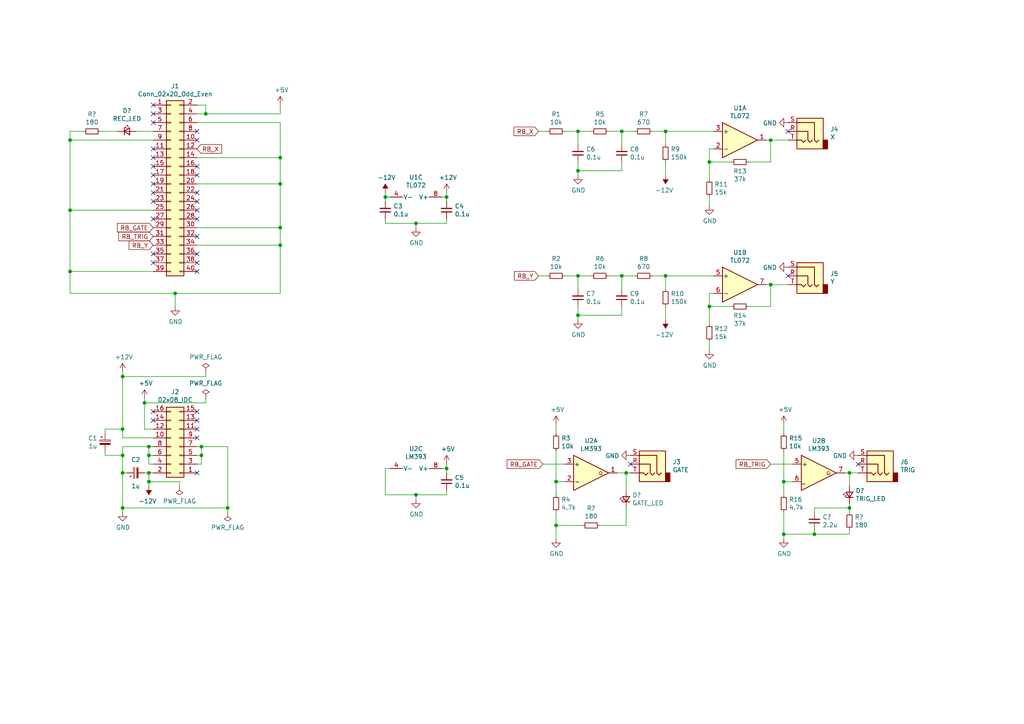
<source format=kicad_sch>
(kicad_sch (version 20230121) (generator eeschema)
  (paper "A4")
  (lib_symbols
    (symbol "Amplifier_Operational:TL072" (pin_names (offset 0.127))
      (property "Reference" "U" (at 0 5.08 0))
      (property "Value" "TL072" (at 0 -5.08 0))
      (symbol "TL072_1_1"
        (polyline (pts (xy -5.08 5.08) (xy 5.08 0) (xy -5.08 -5.08) (xy -5.08 5.08)) (stroke (width 0.254)) (fill (type background)))
        (pin output line (at 7.62 0 180) (length 2.54) (name "~") (number "1"))
        (pin input line (at -7.62 -2.54 0) (length 2.54) (name "-") (number "2"))
        (pin input line (at -7.62 2.54 0) (length 2.54) (name "+") (number "3"))
      )
      (symbol "TL072_2_1"
        (polyline (pts (xy -5.08 5.08) (xy 5.08 0) (xy -5.08 -5.08) (xy -5.08 5.08)) (stroke (width 0.254)) (fill (type background)))
        (pin input line (at -7.62 2.54 0) (length 2.54) (name "+") (number "5"))
        (pin input line (at -7.62 -2.54 0) (length 2.54) (name "-") (number "6"))
        (pin output line (at 7.62 0 180) (length 2.54) (name "~") (number "7"))
      )
      (symbol "TL072_3_1"
        (pin power_in line (at -2.54 -7.62 90) (length 3.81) (name "V-") (number "4"))
        (pin power_in line (at -2.54 7.62 270) (length 3.81) (name "V+") (number "8"))
      )
    )
    (symbol "Connector_Generic:Conn_02x08_Odd_Even" (pin_names (offset 1.016) hide)
      (property "Reference" "J" (at 1.27 10.16 0))
      (property "Value" "Conn_02x08_Odd_Even" (at 1.27 -12.7 0))
      (symbol "Conn_02x08_Odd_Even_1_1"
        (rectangle (start -1.27 -10.033) (end 0 -10.287) (stroke (width 0.1524)))
        (rectangle (start -1.27 -7.493) (end 0 -7.747) (stroke (width 0.1524)))
        (rectangle (start -1.27 -4.953) (end 0 -5.207) (stroke (width 0.1524)))
        (rectangle (start -1.27 -2.413) (end 0 -2.667) (stroke (width 0.1524)))
        (rectangle (start -1.27 0.127) (end 0 -0.127) (stroke (width 0.1524)))
        (rectangle (start -1.27 2.667) (end 0 2.413) (stroke (width 0.1524)))
        (rectangle (start -1.27 5.207) (end 0 4.953) (stroke (width 0.1524)))
        (rectangle (start -1.27 7.747) (end 0 7.493) (stroke (width 0.1524)))
        (rectangle (start -1.27 8.89) (end 3.81 -11.43) (stroke (width 0.254)) (fill (type background)))
        (rectangle (start 3.81 -10.033) (end 2.54 -10.287) (stroke (width 0.1524)))
        (rectangle (start 3.81 -7.493) (end 2.54 -7.747) (stroke (width 0.1524)))
        (rectangle (start 3.81 -4.953) (end 2.54 -5.207) (stroke (width 0.1524)))
        (rectangle (start 3.81 -2.413) (end 2.54 -2.667) (stroke (width 0.1524)))
        (rectangle (start 3.81 0.127) (end 2.54 -0.127) (stroke (width 0.1524)))
        (rectangle (start 3.81 2.667) (end 2.54 2.413) (stroke (width 0.1524)))
        (rectangle (start 3.81 5.207) (end 2.54 4.953) (stroke (width 0.1524)))
        (rectangle (start 3.81 7.747) (end 2.54 7.493) (stroke (width 0.1524)))
        (pin passive line (at -5.08 7.62 0) (length 3.81) (name "Pin_1") (number "1"))
        (pin passive line (at 7.62 -2.54 180) (length 3.81) (name "Pin_10") (number "10"))
        (pin passive line (at -5.08 -5.08 0) (length 3.81) (name "Pin_11") (number "11"))
        (pin passive line (at 7.62 -5.08 180) (length 3.81) (name "Pin_12") (number "12"))
        (pin passive line (at -5.08 -7.62 0) (length 3.81) (name "Pin_13") (number "13"))
        (pin passive line (at 7.62 -7.62 180) (length 3.81) (name "Pin_14") (number "14"))
        (pin passive line (at -5.08 -10.16 0) (length 3.81) (name "Pin_15") (number "15"))
        (pin passive line (at 7.62 -10.16 180) (length 3.81) (name "Pin_16") (number "16"))
        (pin passive line (at 7.62 7.62 180) (length 3.81) (name "Pin_2") (number "2"))
        (pin passive line (at -5.08 5.08 0) (length 3.81) (name "Pin_3") (number "3"))
        (pin passive line (at 7.62 5.08 180) (length 3.81) (name "Pin_4") (number "4"))
        (pin passive line (at -5.08 2.54 0) (length 3.81) (name "Pin_5") (number "5"))
        (pin passive line (at 7.62 2.54 180) (length 3.81) (name "Pin_6") (number "6"))
        (pin passive line (at -5.08 0 0) (length 3.81) (name "Pin_7") (number "7"))
        (pin passive line (at 7.62 0 180) (length 3.81) (name "Pin_8") (number "8"))
        (pin passive line (at -5.08 -2.54 0) (length 3.81) (name "Pin_9") (number "9"))
      )
    )
    (symbol "Connector_Generic:Conn_02x20_Odd_Even" (pin_names (offset 1.016) hide)
      (property "Reference" "J" (at 1.27 25.4 0))
      (property "Value" "Conn_02x20_Odd_Even" (at 1.27 -27.94 0))
      (symbol "Conn_02x20_Odd_Even_1_1"
        (rectangle (start -1.27 -25.273) (end 0 -25.527) (stroke (width 0.1524)))
        (rectangle (start -1.27 -22.733) (end 0 -22.987) (stroke (width 0.1524)))
        (rectangle (start -1.27 -20.193) (end 0 -20.447) (stroke (width 0.1524)))
        (rectangle (start -1.27 -17.653) (end 0 -17.907) (stroke (width 0.1524)))
        (rectangle (start -1.27 -15.113) (end 0 -15.367) (stroke (width 0.1524)))
        (rectangle (start -1.27 -12.573) (end 0 -12.827) (stroke (width 0.1524)))
        (rectangle (start -1.27 -10.033) (end 0 -10.287) (stroke (width 0.1524)))
        (rectangle (start -1.27 -7.493) (end 0 -7.747) (stroke (width 0.1524)))
        (rectangle (start -1.27 -4.953) (end 0 -5.207) (stroke (width 0.1524)))
        (rectangle (start -1.27 -2.413) (end 0 -2.667) (stroke (width 0.1524)))
        (rectangle (start -1.27 0.127) (end 0 -0.127) (stroke (width 0.1524)))
        (rectangle (start -1.27 2.667) (end 0 2.413) (stroke (width 0.1524)))
        (rectangle (start -1.27 5.207) (end 0 4.953) (stroke (width 0.1524)))
        (rectangle (start -1.27 7.747) (end 0 7.493) (stroke (width 0.1524)))
        (rectangle (start -1.27 10.287) (end 0 10.033) (stroke (width 0.1524)))
        (rectangle (start -1.27 12.827) (end 0 12.573) (stroke (width 0.1524)))
        (rectangle (start -1.27 15.367) (end 0 15.113) (stroke (width 0.1524)))
        (rectangle (start -1.27 17.907) (end 0 17.653) (stroke (width 0.1524)))
        (rectangle (start -1.27 20.447) (end 0 20.193) (stroke (width 0.1524)))
        (rectangle (start -1.27 22.987) (end 0 22.733) (stroke (width 0.1524)))
        (rectangle (start -1.27 24.13) (end 3.81 -26.67) (stroke (width 0.254)) (fill (type background)))
        (rectangle (start 3.81 -25.273) (end 2.54 -25.527) (stroke (width 0.1524)))
        (rectangle (start 3.81 -22.733) (end 2.54 -22.987) (stroke (width 0.1524)))
        (rectangle (start 3.81 -20.193) (end 2.54 -20.447) (stroke (width 0.1524)))
        (rectangle (start 3.81 -17.653) (end 2.54 -17.907) (stroke (width 0.1524)))
        (rectangle (start 3.81 -15.113) (end 2.54 -15.367) (stroke (width 0.1524)))
        (rectangle (start 3.81 -12.573) (end 2.54 -12.827) (stroke (width 0.1524)))
        (rectangle (start 3.81 -10.033) (end 2.54 -10.287) (stroke (width 0.1524)))
        (rectangle (start 3.81 -7.493) (end 2.54 -7.747) (stroke (width 0.1524)))
        (rectangle (start 3.81 -4.953) (end 2.54 -5.207) (stroke (width 0.1524)))
        (rectangle (start 3.81 -2.413) (end 2.54 -2.667) (stroke (width 0.1524)))
        (rectangle (start 3.81 0.127) (end 2.54 -0.127) (stroke (width 0.1524)))
        (rectangle (start 3.81 2.667) (end 2.54 2.413) (stroke (width 0.1524)))
        (rectangle (start 3.81 5.207) (end 2.54 4.953) (stroke (width 0.1524)))
        (rectangle (start 3.81 7.747) (end 2.54 7.493) (stroke (width 0.1524)))
        (rectangle (start 3.81 10.287) (end 2.54 10.033) (stroke (width 0.1524)))
        (rectangle (start 3.81 12.827) (end 2.54 12.573) (stroke (width 0.1524)))
        (rectangle (start 3.81 15.367) (end 2.54 15.113) (stroke (width 0.1524)))
        (rectangle (start 3.81 17.907) (end 2.54 17.653) (stroke (width 0.1524)))
        (rectangle (start 3.81 20.447) (end 2.54 20.193) (stroke (width 0.1524)))
        (rectangle (start 3.81 22.987) (end 2.54 22.733) (stroke (width 0.1524)))
        (pin passive line (at -5.08 22.86 0) (length 3.81) (name "Pin_1") (number "1"))
        (pin passive line (at 7.62 12.7 180) (length 3.81) (name "Pin_10") (number "10"))
        (pin passive line (at -5.08 10.16 0) (length 3.81) (name "Pin_11") (number "11"))
        (pin passive line (at 7.62 10.16 180) (length 3.81) (name "Pin_12") (number "12"))
        (pin passive line (at -5.08 7.62 0) (length 3.81) (name "Pin_13") (number "13"))
        (pin passive line (at 7.62 7.62 180) (length 3.81) (name "Pin_14") (number "14"))
        (pin passive line (at -5.08 5.08 0) (length 3.81) (name "Pin_15") (number "15"))
        (pin passive line (at 7.62 5.08 180) (length 3.81) (name "Pin_16") (number "16"))
        (pin passive line (at -5.08 2.54 0) (length 3.81) (name "Pin_17") (number "17"))
        (pin passive line (at 7.62 2.54 180) (length 3.81) (name "Pin_18") (number "18"))
        (pin passive line (at -5.08 0 0) (length 3.81) (name "Pin_19") (number "19"))
        (pin passive line (at 7.62 22.86 180) (length 3.81) (name "Pin_2") (number "2"))
        (pin passive line (at 7.62 0 180) (length 3.81) (name "Pin_20") (number "20"))
        (pin passive line (at -5.08 -2.54 0) (length 3.81) (name "Pin_21") (number "21"))
        (pin passive line (at 7.62 -2.54 180) (length 3.81) (name "Pin_22") (number "22"))
        (pin passive line (at -5.08 -5.08 0) (length 3.81) (name "Pin_23") (number "23"))
        (pin passive line (at 7.62 -5.08 180) (length 3.81) (name "Pin_24") (number "24"))
        (pin passive line (at -5.08 -7.62 0) (length 3.81) (name "Pin_25") (number "25"))
        (pin passive line (at 7.62 -7.62 180) (length 3.81) (name "Pin_26") (number "26"))
        (pin passive line (at -5.08 -10.16 0) (length 3.81) (name "Pin_27") (number "27"))
        (pin passive line (at 7.62 -10.16 180) (length 3.81) (name "Pin_28") (number "28"))
        (pin passive line (at -5.08 -12.7 0) (length 3.81) (name "Pin_29") (number "29"))
        (pin passive line (at -5.08 20.32 0) (length 3.81) (name "Pin_3") (number "3"))
        (pin passive line (at 7.62 -12.7 180) (length 3.81) (name "Pin_30") (number "30"))
        (pin passive line (at -5.08 -15.24 0) (length 3.81) (name "Pin_31") (number "31"))
        (pin passive line (at 7.62 -15.24 180) (length 3.81) (name "Pin_32") (number "32"))
        (pin passive line (at -5.08 -17.78 0) (length 3.81) (name "Pin_33") (number "33"))
        (pin passive line (at 7.62 -17.78 180) (length 3.81) (name "Pin_34") (number "34"))
        (pin passive line (at -5.08 -20.32 0) (length 3.81) (name "Pin_35") (number "35"))
        (pin passive line (at 7.62 -20.32 180) (length 3.81) (name "Pin_36") (number "36"))
        (pin passive line (at -5.08 -22.86 0) (length 3.81) (name "Pin_37") (number "37"))
        (pin passive line (at 7.62 -22.86 180) (length 3.81) (name "Pin_38") (number "38"))
        (pin passive line (at -5.08 -25.4 0) (length 3.81) (name "Pin_39") (number "39"))
        (pin passive line (at 7.62 20.32 180) (length 3.81) (name "Pin_4") (number "4"))
        (pin passive line (at 7.62 -25.4 180) (length 3.81) (name "Pin_40") (number "40"))
        (pin passive line (at -5.08 17.78 0) (length 3.81) (name "Pin_5") (number "5"))
        (pin passive line (at 7.62 17.78 180) (length 3.81) (name "Pin_6") (number "6"))
        (pin passive line (at -5.08 15.24 0) (length 3.81) (name "Pin_7") (number "7"))
        (pin passive line (at 7.62 15.24 180) (length 3.81) (name "Pin_8") (number "8"))
        (pin passive line (at -5.08 12.7 0) (length 3.81) (name "Pin_9") (number "9"))
      )
    )
    (symbol "Device:C_Small" (pin_numbers hide) (pin_names (offset 0.254) hide)
      (property "Reference" "C" (at 0.254 1.778 0))
      (property "Value" "C_Small" (at 0.254 -2.032 0))
      (symbol "C_Small_0_1"
        (polyline (pts (xy -1.524 -0.508) (xy 1.524 -0.508)) (stroke (width 0.3302)))
        (polyline (pts (xy -1.524 0.508) (xy 1.524 0.508)) (stroke (width 0.3048)))
      )
      (symbol "C_Small_1_1"
        (pin passive line (at 0 2.54 270) (length 2.032) (name "~") (number "1"))
        (pin passive line (at 0 -2.54 90) (length 2.032) (name "~") (number "2"))
      )
    )
    (symbol "Device:LED_Small" (pin_numbers hide) (pin_names (offset 0.254) hide)
      (property "Reference" "D" (at -1.27 3.175 0))
      (property "Value" "LED_Small" (at -4.445 -2.54 0))
      (symbol "LED_Small_0_1"
        (polyline (pts (xy -0.762 -1.016) (xy -0.762 1.016)) (stroke (width 0.254)))
        (polyline (pts (xy 1.016 0) (xy -0.762 0)))
        (polyline (pts (xy 0.762 -1.016) (xy -0.762 0) (xy 0.762 1.016) (xy 0.762 -1.016)) (stroke (width 0.254)))
        (polyline (pts (xy 0 0.762) (xy -0.508 1.27) (xy -0.254 1.27) (xy -0.508 1.27) (xy -0.508 1.016)))
        (polyline (pts (xy 0.508 1.27) (xy 0 1.778) (xy 0.254 1.778) (xy 0 1.778) (xy 0 1.524)))
      )
      (symbol "LED_Small_1_1"
        (pin passive line (at -2.54 0 0) (length 1.778) (name "K") (number "1"))
        (pin passive line (at 2.54 0 180) (length 1.778) (name "A") (number "2"))
      )
    )
    (symbol "Device:R_Small" (pin_numbers hide) (pin_names (offset 0.254) hide)
      (property "Reference" "R" (at 0.762 0.508 0))
      (property "Value" "R_Small" (at 0.762 -1.016 0))
      (symbol "R_Small_0_1"
        (rectangle (start -0.762 1.778) (end 0.762 -1.778) (stroke (width 0.2032)))
      )
      (symbol "R_Small_1_1"
        (pin passive line (at 0 2.54 270) (length 0.762) (name "~") (number "1"))
        (pin passive line (at 0 -2.54 90) (length 0.762) (name "~") (number "2"))
      )
    )
    (symbol "Mouse module 2-rescue:AudioJack3-Connector"
      (property "Reference" "J" (at 0 8.89 0))
      (property "Value" "Connector_AudioJack3" (at 0 6.35 0))
      (symbol "AudioJack3-Connector_0_1"
        (rectangle (start -5.08 -5.08) (end -6.35 -2.54) (stroke (width 0.254)) (fill (type outline)))
        (polyline (pts (xy 0 -2.54) (xy 0.635 -3.175) (xy 1.27 -2.54) (xy 2.54 -2.54)) (stroke (width 0.254)))
        (polyline (pts (xy -1.905 -2.54) (xy -1.27 -3.175) (xy -0.635 -2.54) (xy -0.635 0) (xy 2.54 0)) (stroke (width 0.254)))
        (polyline (pts (xy 2.54 2.54) (xy -2.54 2.54) (xy -2.54 -2.54) (xy -3.175 -3.175) (xy -3.81 -2.54)) (stroke (width 0.254)))
        (rectangle (start 2.54 3.81) (end -5.08 -5.08) (stroke (width 0.254)) (fill (type background)))
      )
      (symbol "AudioJack3-Connector_1_1"
        (pin passive line (at 5.08 0 180) (length 2.54) (name "~") (number "R"))
        (pin passive line (at 5.08 2.54 180) (length 2.54) (name "~") (number "S"))
        (pin passive line (at 5.08 -2.54 180) (length 2.54) (name "~") (number "T"))
      )
    )
    (symbol "Mouse module 2-rescue:CP_Small-Device" (pin_numbers hide) (pin_names (offset 0.254) hide)
      (property "Reference" "C" (at 0.254 1.778 0))
      (property "Value" "Device_CP_Small" (at 0.254 -2.032 0))
      (symbol "CP_Small-Device_0_1"
        (rectangle (start -1.524 -0.3048) (end 1.524 -0.6858) (fill (type outline)))
        (rectangle (start -1.524 0.6858) (end 1.524 0.3048))
        (polyline (pts (xy -1.27 1.524) (xy -0.762 1.524)))
        (polyline (pts (xy -1.016 1.27) (xy -1.016 1.778)))
      )
      (symbol "CP_Small-Device_1_1"
        (pin passive line (at 0 2.54 270) (length 1.8542) (name "~") (number "1"))
        (pin passive line (at 0 -2.54 90) (length 1.8542) (name "~") (number "2"))
      )
    )
    (symbol "Mouse module 2-rescue:LM393-Comparator" (pin_names (offset 0.127))
      (property "Reference" "U" (at 3.81 3.81 0))
      (property "Value" "Comparator_LM393" (at 6.35 -3.81 0))
      (symbol "LM393-Comparator_1_1"
        (polyline (pts (xy -5.08 5.08) (xy 5.08 0) (xy -5.08 -5.08) (xy -5.08 5.08)) (stroke (width 0.254)) (fill (type background)))
        (polyline (pts (xy 3.302 -0.508) (xy 2.794 -0.508) (xy 3.302 0) (xy 2.794 0.508) (xy 2.286 0) (xy 2.794 -0.508) (xy 2.286 -0.508)) (stroke (width 0.127)))
        (pin open_collector line (at 7.62 0 180) (length 2.54) (name "~") (number "1"))
        (pin input line (at -7.62 -2.54 0) (length 2.54) (name "-") (number "2"))
        (pin input line (at -7.62 2.54 0) (length 2.54) (name "+") (number "3"))
      )
      (symbol "LM393-Comparator_2_1"
        (polyline (pts (xy -5.08 5.08) (xy 5.08 0) (xy -5.08 -5.08) (xy -5.08 5.08)) (stroke (width 0.254)) (fill (type background)))
        (polyline (pts (xy 3.302 -0.508) (xy 2.794 -0.508) (xy 3.302 0) (xy 2.794 0.508) (xy 2.286 0) (xy 2.794 -0.508) (xy 2.286 -0.508)) (stroke (width 0.127)))
        (pin input line (at -7.62 2.54 0) (length 2.54) (name "+") (number "5"))
        (pin input line (at -7.62 -2.54 0) (length 2.54) (name "_") (number "6"))
        (pin open_collector line (at 7.62 0 180) (length 2.54) (name "~") (number "7"))
      )
      (symbol "LM393-Comparator_3_1"
        (pin power_in line (at -2.54 -7.62 90) (length 3.81) (name "V-") (number "4"))
        (pin power_in line (at -2.54 7.62 270) (length 3.81) (name "V+") (number "8"))
      )
    )
    (symbol "power:+12V" (power) (pin_names (offset 0))
      (property "Value" "+12V" (at 0 3.556 0))
      (symbol "+12V_0_1"
        (polyline (pts (xy -0.762 1.27) (xy 0 2.54)))
        (polyline (pts (xy 0 0) (xy 0 2.54)))
        (polyline (pts (xy 0 2.54) (xy 0.762 1.27)))
      )
      (symbol "+12V_1_1"
        (pin power_in line (at 0 0 90) (length 0) hide (name "+12V") (number "1"))
      )
    )
    (symbol "power:+5V" (power) (pin_names (offset 0))
      (property "Value" "+5V" (at 0 3.556 0))
      (symbol "+5V_0_1"
        (polyline (pts (xy -0.762 1.27) (xy 0 2.54)))
        (polyline (pts (xy 0 0) (xy 0 2.54)))
        (polyline (pts (xy 0 2.54) (xy 0.762 1.27)))
      )
      (symbol "+5V_1_1"
        (pin power_in line (at 0 0 90) (length 0) hide (name "+5V") (number "1"))
      )
    )
    (symbol "power:-12V" (power) (pin_names (offset 0))
      (property "Value" "-12V" (at 0 3.81 0))
      (symbol "-12V_0_0"
        (pin power_in line (at 0 0 90) (length 0) hide (name "-12V") (number "1"))
      )
      (symbol "-12V_0_1"
        (polyline (pts (xy 0 0) (xy 0 1.27) (xy 0.762 1.27) (xy 0 2.54) (xy -0.762 1.27) (xy 0 1.27)) (fill (type outline)))
      )
    )
    (symbol "power:GND" (power) (pin_names (offset 0))
      (property "Value" "GND" (at 0 -3.81 0))
      (symbol "GND_0_1"
        (polyline (pts (xy 0 0) (xy 0 -1.27) (xy 1.27 -1.27) (xy 0 -2.54) (xy -1.27 -1.27) (xy 0 -1.27)))
      )
      (symbol "GND_1_1"
        (pin power_in line (at 0 0 270) (length 0) hide (name "GND") (number "1"))
      )
    )
    (symbol "power:PWR_FLAG" (power) (pin_numbers hide) (pin_names (offset 0) hide)
      (property "Value" "PWR_FLAG" (at 0 3.81 0))
      (symbol "PWR_FLAG_0_0"
        (pin power_out line (at 0 0 90) (length 0) (name "pwr") (number "1"))
      )
      (symbol "PWR_FLAG_0_1"
        (polyline (pts (xy 0 0) (xy 0 1.27) (xy -1.016 1.905) (xy 0 2.54) (xy 1.016 1.905) (xy 0 1.27)))
      )
    )
  )
  (junction (at 41.91 116.84))
  (junction (at 193.04 38.1))
  (junction (at 43.18 137.16))
  (junction (at 223.52 40.64))
  (junction (at 227.33 139.7))
  (junction (at 181.61 137.16))
  (junction (at 180.34 38.1))
  (junction (at 35.56 147.32))
  (junction (at 236.22 154.94))
  (junction (at 35.56 124.46))
  (junction (at 58.42 132.08))
  (junction (at 167.64 91.44))
  (junction (at 20.32 60.96))
  (junction (at 66.04 147.32))
  (junction (at 246.38 147.32))
  (junction (at 43.18 129.54))
  (junction (at 35.56 109.22))
  (junction (at 246.38 137.16))
  (junction (at 58.42 129.54))
  (junction (at 161.29 139.7))
  (junction (at 81.28 66.04))
  (junction (at 59.69 33.02))
  (junction (at 81.28 45.72))
  (junction (at 205.74 46.99))
  (junction (at 205.74 88.9))
  (junction (at 129.54 135.89))
  (junction (at 81.28 53.34))
  (junction (at 120.65 143.51))
  (junction (at 180.34 80.01))
  (junction (at 43.18 139.7))
  (junction (at 50.8 85.09))
  (junction (at 167.64 38.1))
  (junction (at 35.56 137.16))
  (junction (at 129.54 57.15))
  (junction (at 227.33 154.94))
  (junction (at 167.64 80.01))
  (junction (at 120.65 64.77))
  (junction (at 20.32 40.64))
  (junction (at 223.52 82.55))
  (junction (at 20.32 78.74))
  (junction (at 35.56 132.08))
  (junction (at 81.28 71.12))
  (junction (at 193.04 80.01))
  (junction (at 167.64 49.53))
  (junction (at 111.76 57.15))
  (junction (at 161.29 152.4))
  (junction (at 43.18 132.08))
  (no_connect (at 57.15 55.88))
  (no_connect (at 57.15 119.38))
  (no_connect (at 44.45 121.92))
  (no_connect (at 44.45 76.2))
  (no_connect (at 57.15 48.26))
  (no_connect (at 57.15 73.66))
  (no_connect (at 182.88 134.62))
  (no_connect (at 57.15 58.42))
  (no_connect (at 44.45 58.42))
  (no_connect (at 57.15 60.96))
  (no_connect (at 57.15 124.46))
  (no_connect (at 44.45 73.66))
  (no_connect (at 44.45 63.5))
  (no_connect (at 44.45 35.56))
  (no_connect (at 57.15 63.5))
  (no_connect (at 44.45 50.8))
  (no_connect (at 44.45 53.34))
  (no_connect (at 57.15 68.58))
  (no_connect (at 57.15 137.16))
  (no_connect (at 44.45 119.38))
  (no_connect (at 57.15 121.92))
  (no_connect (at 57.15 127))
  (no_connect (at 57.15 76.2))
  (no_connect (at 57.15 50.8))
  (no_connect (at 248.92 134.62))
  (no_connect (at 44.45 43.18))
  (no_connect (at 44.45 48.26))
  (no_connect (at 44.45 30.48))
  (no_connect (at 57.15 40.64))
  (no_connect (at 57.15 38.1))
  (no_connect (at 44.45 45.72))
  (no_connect (at 57.15 78.74))
  (no_connect (at 44.45 55.88))
  (no_connect (at 228.6 80.01))
  (no_connect (at 228.6 38.1))
  (no_connect (at 44.45 33.02))
  (wire (pts (xy 193.04 80.01) (xy 207.01 80.01)))
  (wire (pts (xy 43.18 129.54) (xy 43.18 132.08)))
  (wire (pts (xy 111.76 63.5) (xy 111.76 64.77)))
  (wire (pts (xy 81.28 53.34) (xy 81.28 66.04)))
  (wire (pts (xy 35.56 129.54) (xy 43.18 129.54)))
  (wire (pts (xy 176.53 38.1) (xy 180.34 38.1)))
  (wire (pts (xy 44.45 132.08) (xy 43.18 132.08)))
  (wire (pts (xy 227.33 154.94) (xy 227.33 148.59)))
  (wire (pts (xy 163.83 80.01) (xy 167.64 80.01)))
  (wire (pts (xy 236.22 147.32) (xy 246.38 147.32)))
  (wire (pts (xy 35.56 129.54) (xy 35.56 132.08)))
  (wire (pts (xy 120.65 66.04) (xy 120.65 64.77)))
  (wire (pts (xy 50.8 85.09) (xy 81.28 85.09)))
  (wire (pts (xy 246.38 140.97) (xy 246.38 137.16)))
  (wire (pts (xy 246.38 153.67) (xy 246.38 154.94)))
  (wire (pts (xy 58.42 132.08) (xy 58.42 134.62)))
  (wire (pts (xy 66.04 129.54) (xy 58.42 129.54)))
  (wire (pts (xy 223.52 46.99) (xy 223.52 40.64)))
  (wire (pts (xy 41.91 137.16) (xy 43.18 137.16)))
  (wire (pts (xy 205.74 59.69) (xy 205.74 57.15)))
  (wire (pts (xy 57.15 129.54) (xy 58.42 129.54)))
  (wire (pts (xy 167.64 38.1) (xy 171.45 38.1)))
  (wire (pts (xy 161.29 139.7) (xy 163.83 139.7)))
  (wire (pts (xy 193.04 92.71) (xy 193.04 88.9)))
  (wire (pts (xy 161.29 123.19) (xy 161.29 125.73)))
  (wire (pts (xy 217.17 88.9) (xy 223.52 88.9)))
  (wire (pts (xy 111.76 143.51) (xy 120.65 143.51)))
  (wire (pts (xy 158.75 38.1) (xy 156.21 38.1)))
  (wire (pts (xy 113.03 135.89) (xy 111.76 135.89)))
  (wire (pts (xy 246.38 147.32) (xy 246.38 148.59)))
  (wire (pts (xy 35.56 127) (xy 44.45 127)))
  (wire (pts (xy 129.54 135.89) (xy 129.54 134.62)))
  (wire (pts (xy 180.34 83.82) (xy 180.34 80.01)))
  (wire (pts (xy 180.34 88.9) (xy 180.34 91.44)))
  (wire (pts (xy 246.38 154.94) (xy 236.22 154.94)))
  (wire (pts (xy 43.18 140.97) (xy 43.18 139.7)))
  (wire (pts (xy 180.34 80.01) (xy 184.15 80.01)))
  (wire (pts (xy 41.91 115.57) (xy 41.91 116.84)))
  (wire (pts (xy 57.15 33.02) (xy 59.69 33.02)))
  (wire (pts (xy 246.38 147.32) (xy 246.38 146.05)))
  (wire (pts (xy 59.69 115.57) (xy 59.69 116.84)))
  (wire (pts (xy 35.56 132.08) (xy 35.56 137.16)))
  (wire (pts (xy 167.64 49.53) (xy 167.64 46.99)))
  (wire (pts (xy 227.33 130.81) (xy 227.33 139.7)))
  (wire (pts (xy 41.91 116.84) (xy 41.91 124.46)))
  (wire (pts (xy 227.33 123.19) (xy 227.33 125.73)))
  (wire (pts (xy 205.74 43.18) (xy 207.01 43.18)))
  (wire (pts (xy 66.04 147.32) (xy 66.04 129.54)))
  (wire (pts (xy 223.52 88.9) (xy 223.52 82.55)))
  (wire (pts (xy 36.83 137.16) (xy 35.56 137.16)))
  (wire (pts (xy 129.54 64.77) (xy 129.54 63.5)))
  (wire (pts (xy 24.13 38.1) (xy 20.32 38.1)))
  (wire (pts (xy 181.61 142.24) (xy 181.61 137.16)))
  (wire (pts (xy 180.34 49.53) (xy 167.64 49.53)))
  (wire (pts (xy 129.54 137.16) (xy 129.54 135.89)))
  (wire (pts (xy 20.32 38.1) (xy 20.32 40.64)))
  (wire (pts (xy 52.07 140.97) (xy 52.07 139.7)))
  (wire (pts (xy 44.45 129.54) (xy 43.18 129.54)))
  (wire (pts (xy 30.48 124.46) (xy 35.56 124.46)))
  (wire (pts (xy 161.29 148.59) (xy 161.29 152.4)))
  (wire (pts (xy 236.22 148.59) (xy 236.22 147.32)))
  (wire (pts (xy 120.65 144.78) (xy 120.65 143.51)))
  (wire (pts (xy 20.32 40.64) (xy 44.45 40.64)))
  (wire (pts (xy 167.64 80.01) (xy 171.45 80.01)))
  (wire (pts (xy 59.69 30.48) (xy 59.69 33.02)))
  (wire (pts (xy 223.52 40.64) (xy 228.6 40.64)))
  (wire (pts (xy 193.04 50.8) (xy 193.04 46.99)))
  (wire (pts (xy 193.04 41.91) (xy 193.04 38.1)))
  (wire (pts (xy 167.64 50.8) (xy 167.64 49.53)))
  (wire (pts (xy 58.42 129.54) (xy 58.42 132.08)))
  (wire (pts (xy 43.18 132.08) (xy 43.18 134.62)))
  (wire (pts (xy 57.15 53.34) (xy 81.28 53.34)))
  (wire (pts (xy 163.83 134.62) (xy 157.48 134.62)))
  (wire (pts (xy 129.54 58.42) (xy 129.54 57.15)))
  (wire (pts (xy 50.8 85.09) (xy 50.8 88.9)))
  (wire (pts (xy 111.76 58.42) (xy 111.76 57.15)))
  (wire (pts (xy 57.15 30.48) (xy 59.69 30.48)))
  (wire (pts (xy 35.56 127) (xy 35.56 124.46)))
  (wire (pts (xy 20.32 60.96) (xy 44.45 60.96)))
  (wire (pts (xy 212.09 88.9) (xy 205.74 88.9)))
  (wire (pts (xy 81.28 45.72) (xy 81.28 53.34)))
  (wire (pts (xy 57.15 35.56) (xy 81.28 35.56)))
  (wire (pts (xy 180.34 91.44) (xy 167.64 91.44)))
  (wire (pts (xy 43.18 139.7) (xy 52.07 139.7)))
  (wire (pts (xy 223.52 82.55) (xy 222.25 82.55)))
  (wire (pts (xy 35.56 147.32) (xy 66.04 147.32)))
  (wire (pts (xy 173.99 152.4) (xy 181.61 152.4)))
  (wire (pts (xy 167.64 41.91) (xy 167.64 38.1)))
  (wire (pts (xy 111.76 135.89) (xy 111.76 143.51)))
  (wire (pts (xy 129.54 57.15) (xy 129.54 55.88)))
  (wire (pts (xy 193.04 80.01) (xy 189.23 80.01)))
  (wire (pts (xy 41.91 124.46) (xy 44.45 124.46)))
  (wire (pts (xy 58.42 134.62) (xy 57.15 134.62)))
  (wire (pts (xy 227.33 143.51) (xy 227.33 139.7)))
  (wire (pts (xy 168.91 152.4) (xy 161.29 152.4)))
  (wire (pts (xy 167.64 91.44) (xy 167.64 88.9)))
  (wire (pts (xy 205.74 88.9) (xy 205.74 85.09)))
  (wire (pts (xy 167.64 83.82) (xy 167.64 80.01)))
  (wire (pts (xy 111.76 55.88) (xy 111.76 57.15)))
  (wire (pts (xy 128.27 135.89) (xy 129.54 135.89)))
  (wire (pts (xy 236.22 153.67) (xy 236.22 154.94)))
  (wire (pts (xy 217.17 46.99) (xy 223.52 46.99)))
  (wire (pts (xy 81.28 30.48) (xy 81.28 33.02)))
  (wire (pts (xy 59.69 33.02) (xy 81.28 33.02)))
  (wire (pts (xy 180.34 41.91) (xy 180.34 38.1)))
  (wire (pts (xy 205.74 93.98) (xy 205.74 88.9)))
  (wire (pts (xy 193.04 83.82) (xy 193.04 80.01)))
  (wire (pts (xy 81.28 66.04) (xy 81.28 71.12)))
  (wire (pts (xy 35.56 148.59) (xy 35.56 147.32)))
  (wire (pts (xy 111.76 64.77) (xy 120.65 64.77)))
  (wire (pts (xy 205.74 52.07) (xy 205.74 46.99)))
  (wire (pts (xy 29.21 38.1) (xy 34.29 38.1)))
  (wire (pts (xy 181.61 147.32) (xy 181.61 152.4)))
  (wire (pts (xy 20.32 85.09) (xy 50.8 85.09)))
  (wire (pts (xy 179.07 137.16) (xy 181.61 137.16)))
  (wire (pts (xy 39.37 38.1) (xy 44.45 38.1)))
  (wire (pts (xy 205.74 46.99) (xy 205.74 43.18)))
  (wire (pts (xy 205.74 101.6) (xy 205.74 99.06)))
  (wire (pts (xy 227.33 156.21) (xy 227.33 154.94)))
  (wire (pts (xy 59.69 116.84) (xy 41.91 116.84)))
  (wire (pts (xy 212.09 46.99) (xy 205.74 46.99)))
  (wire (pts (xy 193.04 38.1) (xy 189.23 38.1)))
  (wire (pts (xy 229.87 134.62) (xy 223.52 134.62)))
  (wire (pts (xy 66.04 148.59) (xy 66.04 147.32)))
  (wire (pts (xy 81.28 45.72) (xy 81.28 35.56)))
  (wire (pts (xy 223.52 82.55) (xy 228.6 82.55)))
  (wire (pts (xy 20.32 78.74) (xy 44.45 78.74)))
  (wire (pts (xy 57.15 132.08) (xy 58.42 132.08)))
  (wire (pts (xy 35.56 124.46) (xy 35.56 109.22)))
  (wire (pts (xy 20.32 60.96) (xy 20.32 78.74)))
  (wire (pts (xy 245.11 137.16) (xy 246.38 137.16)))
  (wire (pts (xy 120.65 64.77) (xy 129.54 64.77)))
  (wire (pts (xy 176.53 80.01) (xy 180.34 80.01)))
  (wire (pts (xy 43.18 134.62) (xy 44.45 134.62)))
  (wire (pts (xy 180.34 46.99) (xy 180.34 49.53)))
  (wire (pts (xy 246.38 137.16) (xy 248.92 137.16)))
  (wire (pts (xy 57.15 66.04) (xy 81.28 66.04)))
  (wire (pts (xy 111.76 57.15) (xy 113.03 57.15)))
  (wire (pts (xy 57.15 45.72) (xy 81.28 45.72)))
  (wire (pts (xy 57.15 71.12) (xy 81.28 71.12)))
  (wire (pts (xy 180.34 38.1) (xy 184.15 38.1)))
  (wire (pts (xy 236.22 154.94) (xy 227.33 154.94)))
  (wire (pts (xy 81.28 71.12) (xy 81.28 85.09)))
  (wire (pts (xy 181.61 137.16) (xy 182.88 137.16)))
  (wire (pts (xy 44.45 137.16) (xy 43.18 137.16)))
  (wire (pts (xy 167.64 92.71) (xy 167.64 91.44)))
  (wire (pts (xy 59.69 107.95) (xy 59.69 109.22)))
  (wire (pts (xy 30.48 130.81) (xy 30.48 132.08)))
  (wire (pts (xy 35.56 137.16) (xy 35.56 147.32)))
  (wire (pts (xy 161.29 143.51) (xy 161.29 139.7)))
  (wire (pts (xy 30.48 125.73) (xy 30.48 124.46)))
  (wire (pts (xy 43.18 137.16) (xy 43.18 139.7)))
  (wire (pts (xy 227.33 139.7) (xy 229.87 139.7)))
  (wire (pts (xy 163.83 38.1) (xy 167.64 38.1)))
  (wire (pts (xy 205.74 85.09) (xy 207.01 85.09)))
  (wire (pts (xy 20.32 78.74) (xy 20.32 85.09)))
  (wire (pts (xy 35.56 107.95) (xy 35.56 109.22)))
  (wire (pts (xy 161.29 152.4) (xy 161.29 156.21)))
  (wire (pts (xy 129.54 143.51) (xy 129.54 142.24)))
  (wire (pts (xy 161.29 130.81) (xy 161.29 139.7)))
  (wire (pts (xy 35.56 109.22) (xy 59.69 109.22)))
  (wire (pts (xy 158.75 80.01) (xy 156.21 80.01)))
  (wire (pts (xy 120.65 143.51) (xy 129.54 143.51)))
  (wire (pts (xy 193.04 38.1) (xy 207.01 38.1)))
  (wire (pts (xy 223.52 40.64) (xy 222.25 40.64)))
  (wire (pts (xy 129.54 57.15) (xy 128.27 57.15)))
  (wire (pts (xy 30.48 132.08) (xy 35.56 132.08)))
  (wire (pts (xy 20.32 40.64) (xy 20.32 60.96)))
  (global_label "RB_TRIG" (shape input) (at 223.52 134.62 180) (property "Intersheetrefs" "${INTERSHEET_REFS}" (effects hide)))
  (global_label "RB_TRIG" (shape input) (at 44.45 68.58 180) (property "Intersheetrefs" "${INTERSHEET_REFS}" (effects hide)))
  (global_label "RB_Y" (shape input) (at 44.45 71.12 180) (property "Intersheetrefs" "${INTERSHEET_REFS}" (effects hide)))
  (global_label "RB_GATE" (shape input) (at 44.45 66.04 180) (property "Intersheetrefs" "${INTERSHEET_REFS}" (effects hide)))
  (global_label "RB_GATE" (shape input) (at 157.48 134.62 180) (property "Intersheetrefs" "${INTERSHEET_REFS}" (effects hide)))
  (global_label "RB_Y" (shape input) (at 156.21 80.01 180) (property "Intersheetrefs" "${INTERSHEET_REFS}" (effects hide)))
  (global_label "RB_X" (shape input) (at 57.15 43.18 0) (property "Intersheetrefs" "${INTERSHEET_REFS}" (effects hide)))
  (global_label "RB_X" (shape input) (at 156.21 38.1 180) (property "Intersheetrefs" "${INTERSHEET_REFS}" (effects hide)))
  (symbol (lib_id "Connector_Generic:Conn_02x20_Odd_Even") (at 49.53 53.34 0) (unit 1)
    (property "Reference" "J1" (at 50.8 24.9682 0))
    (property "Value" "Conn_02x20_Odd_Even" (at 50.8 27.2796 0))
    (property "Footprint" "Connector_PinSocket_2.54mm:PinSocket_2x20_P2.54mm_Vertical" (effects hide))
  )
  (symbol (lib_id "power:+5V") (at 81.28 30.48 0) (unit 1)
    (property "Reference" "#PWR06" (effects hide))
    (property "Value" "+5V" (at 81.661 26.0858 0))
  )
  (symbol (lib_id "power:GND") (at 50.8 88.9 0) (unit 1)
    (property "Reference" "#PWR05" (effects hide))
    (property "Value" "GND" (at 50.927 93.2942 0))
  )
  (symbol (lib_id "power:+5V") (at 161.29 123.19 0) (unit 1)
    (property "Reference" "#PWR012" (effects hide))
    (property "Value" "+5V" (at 161.671 118.7958 0))
  )
  (symbol (lib_id "power:GND") (at 167.64 50.8 0) (unit 1)
    (property "Reference" "#PWR014" (effects hide))
    (property "Value" "GND" (at 167.767 55.1942 0))
  )
  (symbol (lib_id "Connector_Generic:Conn_02x08_Odd_Even") (at 52.07 129.54 180) (unit 1)
    (property "Reference" "J2" (at 50.8 113.665 0))
    (property "Value" "02x08_IDC" (at 50.8 115.9764 0))
    (property "Footprint" "Connector_IDC:IDC-Header_2x08_P2.54mm_Vertical" (effects hide))
  )
  (symbol (lib_id "power:-12V") (at 43.18 140.97 180) (unit 1)
    (property "Reference" "#PWR04" (effects hide))
    (property "Value" "-12V" (at 42.799 145.3642 0))
  )
  (symbol (lib_id "Device:C_Small") (at 129.54 60.96 180) (unit 1)
    (property "Reference" "C4" (at 131.8768 59.7916 0) (effects (justify right)))
    (property "Value" "0.1u" (at 131.8768 62.103 0) (effects (justify right)))
    (property "Footprint" "Capacitor_THT:C_Disc_D4.7mm_W2.5mm_P5.00mm" (effects hide))
  )
  (symbol (lib_id "power:GND") (at 120.65 66.04 0) (unit 1)
    (property "Reference" "#PWR08" (effects hide))
    (property "Value" "GND" (at 120.777 70.4342 0))
  )
  (symbol (lib_id "Device:C_Small") (at 111.76 60.96 180) (unit 1)
    (property "Reference" "C3" (at 114.0968 59.7916 0) (effects (justify right)))
    (property "Value" "0.1u" (at 114.0968 62.103 0) (effects (justify right)))
    (property "Footprint" "Capacitor_THT:C_Disc_D4.7mm_W2.5mm_P5.00mm" (effects hide))
  )
  (symbol (lib_id "power:GND") (at 35.56 148.59 0) (unit 1)
    (property "Reference" "#PWR02" (effects hide))
    (property "Value" "GND" (at 35.687 152.9842 0))
  )
  (symbol (lib_id "power:+12V") (at 35.56 107.95 0) (unit 1)
    (property "Reference" "#PWR01" (effects hide))
    (property "Value" "+12V" (at 35.941 103.5558 0))
  )
  (symbol (lib_id "power:+5V") (at 41.91 115.57 0) (unit 1)
    (property "Reference" "#PWR03" (effects hide))
    (property "Value" "+5V" (at 42.291 111.1758 0))
  )
  (symbol (lib_id "power:-12V") (at 111.76 55.88 0) (unit 1)
    (property "Reference" "#PWR07" (effects hide))
    (property "Value" "-12V" (at 112.141 51.4858 0))
  )
  (symbol (lib_id "power:+12V") (at 129.54 55.88 0) (unit 1)
    (property "Reference" "#PWR010" (effects hide))
    (property "Value" "+12V" (at 129.921 51.4858 0))
  )
  (symbol (lib_id "power:PWR_FLAG") (at 59.69 115.57 0) (unit 1)
    (property "Reference" "#FLG03" (effects hide))
    (property "Value" "PWR_FLAG" (at 59.69 111.1758 0))
  )
  (symbol (lib_id "power:PWR_FLAG") (at 59.69 107.95 0) (unit 1)
    (property "Reference" "#FLG02" (effects hide))
    (property "Value" "PWR_FLAG" (at 59.69 103.5558 0))
  )
  (symbol (lib_id "power:PWR_FLAG") (at 66.04 148.59 180) (unit 1)
    (property "Reference" "#FLG04" (effects hide))
    (property "Value" "PWR_FLAG" (at 66.04 152.9842 0))
  )
  (symbol (lib_id "power:PWR_FLAG") (at 52.07 140.97 180) (unit 1)
    (property "Reference" "#FLG01" (effects hide))
    (property "Value" "PWR_FLAG" (at 52.07 145.3642 0))
  )
  (symbol (lib_id "Mouse module 2-rescue:AudioJack3-Connector") (at 233.68 38.1 0) (mirror y) (unit 1)
    (property "Reference" "J4" (at 240.792 37.465 0) (effects (justify right)))
    (property "Value" "X" (at 240.792 39.7764 0) (effects (justify right)))
    (property "Footprint" "MouseModule:CUI_SJ1-3533" (effects hide))
  )
  (symbol (lib_id "power:GND") (at 228.6 35.56 270) (unit 1)
    (property "Reference" "#PWR023" (effects hide))
    (property "Value" "GND" (at 225.3488 35.687 90) (effects (justify right)))
  )
  (symbol (lib_id "Mouse module 2-rescue:AudioJack3-Connector") (at 233.68 80.01 0) (mirror y) (unit 1)
    (property "Reference" "J5" (at 240.792 79.375 0) (effects (justify right)))
    (property "Value" "Y" (at 240.792 81.6864 0) (effects (justify right)))
    (property "Footprint" "MouseModule:CUI_SJ1-3533" (effects hide))
  )
  (symbol (lib_id "power:GND") (at 228.6 77.47 270) (unit 1)
    (property "Reference" "#PWR024" (effects hide))
    (property "Value" "GND" (at 225.3488 77.597 90) (effects (justify right)))
  )
  (symbol (lib_id "power:GND") (at 182.88 132.08 270) (unit 1)
    (property "Reference" "#PWR016" (effects hide))
    (property "Value" "GND" (at 179.6288 132.207 90) (effects (justify right)))
  )
  (symbol (lib_id "Device:R_Small") (at 161.29 38.1 270) (unit 1)
    (property "Reference" "R1" (at 161.29 33.1216 90))
    (property "Value" "10k" (at 161.29 35.433 90))
    (property "Footprint" "Resistor_THT:R_Axial_DIN0207_L6.3mm_D2.5mm_P10.16mm_Horizontal" (effects hide))
  )
  (symbol (lib_id "Device:R_Small") (at 173.99 38.1 270) (unit 1)
    (property "Reference" "R5" (at 173.99 33.1216 90))
    (property "Value" "10k" (at 173.99 35.433 90))
    (property "Footprint" "Resistor_THT:R_Axial_DIN0207_L6.3mm_D2.5mm_P10.16mm_Horizontal" (effects hide))
  )
  (symbol (lib_id "Device:R_Small") (at 186.69 38.1 270) (unit 1)
    (property "Reference" "R7" (at 186.69 33.1216 90))
    (property "Value" "670" (at 186.69 35.433 90))
    (property "Footprint" "Resistor_THT:R_Axial_DIN0207_L6.3mm_D2.5mm_P10.16mm_Horizontal" (effects hide))
  )
  (symbol (lib_id "Device:C_Small") (at 167.64 44.45 180) (unit 1)
    (property "Reference" "C6" (at 169.9768 43.2816 0) (effects (justify right)))
    (property "Value" "0.1u" (at 169.9768 45.593 0) (effects (justify right)))
    (property "Footprint" "Capacitor_THT:C_Disc_D4.7mm_W2.5mm_P5.00mm" (effects hide))
  )
  (symbol (lib_id "Device:C_Small") (at 180.34 44.45 180) (unit 1)
    (property "Reference" "C8" (at 182.6768 43.2816 0) (effects (justify right)))
    (property "Value" "0.1u" (at 182.6768 45.593 0) (effects (justify right)))
    (property "Footprint" "Capacitor_THT:C_Disc_D4.7mm_W2.5mm_P5.00mm" (effects hide))
  )
  (symbol (lib_id "Device:R_Small") (at 214.63 46.99 270) (unit 1)
    (property "Reference" "R13" (at 214.63 49.6316 90))
    (property "Value" "37k" (at 214.63 51.943 90))
    (property "Footprint" "Resistor_THT:R_Axial_DIN0207_L6.3mm_D2.5mm_P10.16mm_Horizontal" (effects hide))
  )
  (symbol (lib_id "Device:R_Small") (at 205.74 54.61 180) (unit 1)
    (property "Reference" "R11" (at 207.2386 53.4416 0) (effects (justify right)))
    (property "Value" "15k" (at 207.2386 55.753 0) (effects (justify right)))
    (property "Footprint" "Resistor_THT:R_Axial_DIN0207_L6.3mm_D2.5mm_P10.16mm_Horizontal" (effects hide))
  )
  (symbol (lib_id "power:GND") (at 205.74 59.69 0) (unit 1)
    (property "Reference" "#PWR019" (effects hide))
    (property "Value" "GND" (at 205.867 64.0842 0))
  )
  (symbol (lib_id "Device:R_Small") (at 193.04 44.45 180) (unit 1)
    (property "Reference" "R9" (at 194.5386 43.2816 0) (effects (justify right)))
    (property "Value" "150k" (at 194.5386 45.593 0) (effects (justify right)))
    (property "Footprint" "Resistor_THT:R_Axial_DIN0207_L6.3mm_D2.5mm_P10.16mm_Horizontal" (effects hide))
  )
  (symbol (lib_id "power:-12V") (at 193.04 50.8 180) (unit 1)
    (property "Reference" "#PWR017" (effects hide))
    (property "Value" "-12V" (at 192.659 55.1942 0))
  )
  (symbol (lib_id "power:GND") (at 167.64 92.71 0) (unit 1)
    (property "Reference" "#PWR015" (effects hide))
    (property "Value" "GND" (at 167.767 97.1042 0))
  )
  (symbol (lib_id "Device:R_Small") (at 161.29 80.01 270) (unit 1)
    (property "Reference" "R2" (at 161.29 75.0316 90))
    (property "Value" "10k" (at 161.29 77.343 90))
    (property "Footprint" "Resistor_THT:R_Axial_DIN0207_L6.3mm_D2.5mm_P10.16mm_Horizontal" (effects hide))
  )
  (symbol (lib_id "Device:R_Small") (at 173.99 80.01 270) (unit 1)
    (property "Reference" "R6" (at 173.99 75.0316 90))
    (property "Value" "10k" (at 173.99 77.343 90))
    (property "Footprint" "Resistor_THT:R_Axial_DIN0207_L6.3mm_D2.5mm_P10.16mm_Horizontal" (effects hide))
  )
  (symbol (lib_id "Device:R_Small") (at 186.69 80.01 270) (unit 1)
    (property "Reference" "R8" (at 186.69 75.0316 90))
    (property "Value" "670" (at 186.69 77.343 90))
    (property "Footprint" "Resistor_THT:R_Axial_DIN0207_L6.3mm_D2.5mm_P10.16mm_Horizontal" (effects hide))
  )
  (symbol (lib_id "Device:C_Small") (at 167.64 86.36 180) (unit 1)
    (property "Reference" "C7" (at 169.9768 85.1916 0) (effects (justify right)))
    (property "Value" "0.1u" (at 169.9768 87.503 0) (effects (justify right)))
    (property "Footprint" "Capacitor_THT:C_Disc_D4.7mm_W2.5mm_P5.00mm" (effects hide))
  )
  (symbol (lib_id "Device:C_Small") (at 180.34 86.36 180) (unit 1)
    (property "Reference" "C9" (at 182.6768 85.1916 0) (effects (justify right)))
    (property "Value" "0.1u" (at 182.6768 87.503 0) (effects (justify right)))
    (property "Footprint" "Capacitor_THT:C_Disc_D4.7mm_W2.5mm_P5.00mm" (effects hide))
  )
  (symbol (lib_id "Device:R_Small") (at 214.63 88.9 270) (unit 1)
    (property "Reference" "R14" (at 214.63 91.5416 90))
    (property "Value" "37k" (at 214.63 93.853 90))
    (property "Footprint" "Resistor_THT:R_Axial_DIN0207_L6.3mm_D2.5mm_P10.16mm_Horizontal" (effects hide))
  )
  (symbol (lib_id "Device:R_Small") (at 205.74 96.52 180) (unit 1)
    (property "Reference" "R12" (at 207.2386 95.3516 0) (effects (justify right)))
    (property "Value" "15k" (at 207.2386 97.663 0) (effects (justify right)))
    (property "Footprint" "Resistor_THT:R_Axial_DIN0207_L6.3mm_D2.5mm_P10.16mm_Horizontal" (effects hide))
  )
  (symbol (lib_id "power:GND") (at 205.74 101.6 0) (unit 1)
    (property "Reference" "#PWR020" (effects hide))
    (property "Value" "GND" (at 205.867 105.9942 0))
  )
  (symbol (lib_id "Device:R_Small") (at 193.04 86.36 180) (unit 1)
    (property "Reference" "R10" (at 194.5386 85.1916 0) (effects (justify right)))
    (property "Value" "150k" (at 194.5386 87.503 0) (effects (justify right)))
    (property "Footprint" "Resistor_THT:R_Axial_DIN0207_L6.3mm_D2.5mm_P10.16mm_Horizontal" (effects hide))
  )
  (symbol (lib_id "power:-12V") (at 193.04 92.71 180) (unit 1)
    (property "Reference" "#PWR018" (effects hide))
    (property "Value" "-12V" (at 192.659 97.1042 0))
  )
  (symbol (lib_id "Device:R_Small") (at 161.29 128.27 180) (unit 1)
    (property "Reference" "R3" (at 162.7886 127.1016 0) (effects (justify right)))
    (property "Value" "10k" (at 162.7886 129.413 0) (effects (justify right)))
    (property "Footprint" "Resistor_THT:R_Axial_DIN0207_L6.3mm_D2.5mm_P10.16mm_Horizontal" (effects hide))
  )
  (symbol (lib_id "Device:R_Small") (at 161.29 146.05 180) (unit 1)
    (property "Reference" "R4" (at 162.7886 144.8816 0) (effects (justify right)))
    (property "Value" "4.7k" (at 162.7886 147.193 0) (effects (justify right)))
    (property "Footprint" "Resistor_THT:R_Axial_DIN0207_L6.3mm_D2.5mm_P10.16mm_Horizontal" (effects hide))
  )
  (symbol (lib_id "power:GND") (at 161.29 156.21 0) (unit 1)
    (property "Reference" "#PWR013" (effects hide))
    (property "Value" "GND" (at 161.417 160.6042 0))
  )
  (symbol (lib_id "power:+5V") (at 227.33 123.19 0) (unit 1)
    (property "Reference" "#PWR021" (effects hide))
    (property "Value" "+5V" (at 227.711 118.7958 0))
  )
  (symbol (lib_id "Device:R_Small") (at 227.33 128.27 180) (unit 1)
    (property "Reference" "R15" (at 228.8286 127.1016 0) (effects (justify right)))
    (property "Value" "10k" (at 228.8286 129.413 0) (effects (justify right)))
    (property "Footprint" "Resistor_THT:R_Axial_DIN0207_L6.3mm_D2.5mm_P10.16mm_Horizontal" (effects hide))
  )
  (symbol (lib_id "Device:R_Small") (at 227.33 146.05 180) (unit 1)
    (property "Reference" "R16" (at 228.8286 144.8816 0) (effects (justify right)))
    (property "Value" "4.7k" (at 228.8286 147.193 0) (effects (justify right)))
    (property "Footprint" "Resistor_THT:R_Axial_DIN0207_L6.3mm_D2.5mm_P10.16mm_Horizontal" (effects hide))
  )
  (symbol (lib_id "power:GND") (at 227.33 156.21 0) (unit 1)
    (property "Reference" "#PWR022" (effects hide))
    (property "Value" "GND" (at 227.457 160.6042 0))
  )
  (symbol (lib_id "Mouse module 2-rescue:AudioJack3-Connector") (at 254 134.62 0) (mirror y) (unit 1)
    (property "Reference" "J6" (at 261.112 133.985 0) (effects (justify right)))
    (property "Value" "TRIG" (at 261.112 136.2964 0) (effects (justify right)))
    (property "Footprint" "MouseModule:CUI_SJ1-3533" (effects hide))
  )
  (symbol (lib_id "power:GND") (at 248.92 132.08 270) (unit 1)
    (property "Reference" "#PWR025" (effects hide))
    (property "Value" "GND" (at 245.6688 132.207 90) (effects (justify right)))
  )
  (symbol (lib_id "Amplifier_Operational:TL072") (at 214.63 40.64 0) (unit 1)
    (property "Reference" "U1" (at 214.63 31.3182 0))
    (property "Value" "TL072" (at 214.63 33.6296 0))
    (property "Footprint" "Package_DIP:DIP-8_W7.62mm" (effects hide))
    (property "Datasheet" "http://www.ti.com/lit/ds/symlink/tl071.pdf" (effects hide))
  )
  (symbol (lib_id "Amplifier_Operational:TL072") (at 120.65 59.69 270) (unit 3)
    (property "Reference" "U1" (at 120.65 51.435 90))
    (property "Value" "TL072" (at 120.65 53.7464 90))
    (property "Footprint" "Package_DIP:DIP-8_W7.62mm" (effects hide))
    (property "Datasheet" "http://www.ti.com/lit/ds/symlink/tl071.pdf" (effects hide))
  )
  (symbol (lib_id "Amplifier_Operational:TL072") (at 214.63 82.55 0) (unit 2)
    (property "Reference" "U1" (at 214.63 73.2282 0))
    (property "Value" "TL072" (at 214.63 75.5396 0))
    (property "Footprint" "Package_DIP:DIP-8_W7.62mm" (effects hide))
    (property "Datasheet" "http://www.ti.com/lit/ds/symlink/tl071.pdf" (effects hide))
  )
  (symbol (lib_id "Device:C_Small") (at 129.54 139.7 180) (unit 1)
    (property "Reference" "C5" (at 131.8768 138.5316 0) (effects (justify right)))
    (property "Value" "0.1u" (at 131.8768 140.843 0) (effects (justify right)))
    (property "Footprint" "Capacitor_THT:C_Disc_D4.7mm_W2.5mm_P5.00mm" (effects hide))
  )
  (symbol (lib_id "power:GND") (at 120.65 144.78 0) (unit 1)
    (property "Reference" "#PWR09" (effects hide))
    (property "Value" "GND" (at 120.777 149.1742 0))
  )
  (symbol (lib_id "power:+5V") (at 129.54 134.62 0) (unit 1)
    (property "Reference" "#PWR011" (effects hide))
    (property "Value" "+5V" (at 129.921 130.2258 0))
  )
  (symbol (lib_id "Mouse module 2-rescue:CP_Small-Device") (at 30.48 128.27 0) (unit 1)
    (property "Reference" "C1" (at 28.2448 127.1016 0) (effects (justify right)))
    (property "Value" "1u" (at 28.2448 129.413 0) (effects (justify right)))
    (property "Footprint" "Capacitor_THT:CP_Radial_D10.0mm_P5.00mm" (effects hide))
  )
  (symbol (lib_id "Mouse module 2-rescue:CP_Small-Device") (at 39.37 137.16 90) (unit 1)
    (property "Reference" "C2" (at 39.37 133.35 90))
    (property "Value" "1u" (at 39.37 140.97 90))
    (property "Footprint" "Capacitor_THT:CP_Radial_D10.0mm_P5.00mm" (effects hide))
  )
  (symbol (lib_id "Mouse module 2-rescue:LM393-Comparator") (at 171.45 137.16 0) (unit 1)
    (property "Reference" "U2" (at 171.45 127.8382 0))
    (property "Value" "LM393" (at 171.45 130.1496 0))
    (property "Footprint" "Package_DIP:DIP-8_W7.62mm" (effects hide))
    (property "Datasheet" "http://www.ti.com/lit/ds/symlink/lm393.pdf" (effects hide))
  )
  (symbol (lib_id "Mouse module 2-rescue:LM393-Comparator") (at 237.49 137.16 0) (unit 2)
    (property "Reference" "U2" (at 237.49 127.8382 0))
    (property "Value" "LM393" (at 237.49 130.1496 0))
    (property "Footprint" "Package_DIP:DIP-8_W7.62mm" (effects hide))
    (property "Datasheet" "http://www.ti.com/lit/ds/symlink/lm393.pdf" (effects hide))
  )
  (symbol (lib_id "Mouse module 2-rescue:LM393-Comparator") (at 120.65 138.43 270) (unit 3)
    (property "Reference" "U2" (at 120.65 130.175 90))
    (property "Value" "LM393" (at 120.65 132.4864 90))
    (property "Footprint" "Package_DIP:DIP-8_W7.62mm" (effects hide))
    (property "Datasheet" "http://www.ti.com/lit/ds/symlink/lm393.pdf" (effects hide))
  )
  (symbol (lib_id "Mouse module 2-rescue:AudioJack3-Connector") (at 187.96 134.62 0) (mirror y) (unit 1)
    (property "Reference" "J3" (at 195.072 133.985 0) (effects (justify right)))
    (property "Value" "GATE" (at 195.072 136.2964 0) (effects (justify right)))
    (property "Footprint" "MouseModule:CUI_SJ1-3533" (effects hide))
  )
  (symbol (lib_id "Device:LED_Small") (at 181.61 144.78 90) (unit 1)
    (property "Reference" "D?" (at 183.388 143.6116 90) (effects (justify right)))
    (property "Value" "GATE_LED" (at 183.388 145.923 90) (effects (justify right)))
  )
  (symbol (lib_id "Device:R_Small") (at 171.45 152.4 270) (unit 1)
    (property "Reference" "R?" (at 171.45 147.4216 90))
    (property "Value" "180" (at 171.45 149.733 90))
  )
  (symbol (lib_id "Device:LED_Small") (at 246.38 143.51 90) (unit 1)
    (property "Reference" "D?" (at 248.158 142.3416 90) (effects (justify right)))
    (property "Value" "TRIG_LED" (at 248.158 144.653 90) (effects (justify right)))
  )
  (symbol (lib_id "Device:R_Small") (at 246.38 151.13 180) (unit 1)
    (property "Reference" "R?" (at 247.8786 149.9616 0) (effects (justify right)))
    (property "Value" "180" (at 247.8786 152.273 0) (effects (justify right)))
    (property "Footprint" "Resistor_THT:R_Axial_DIN0207_L6.3mm_D2.5mm_P10.16mm_Horizontal" (effects hide))
  )
  (symbol (lib_id "Device:C_Small") (at 236.22 151.13 180) (unit 1)
    (property "Reference" "C?" (at 238.5568 149.9616 0) (effects (justify right)))
    (property "Value" "2.2u" (at 238.5568 152.273 0) (effects (justify right)))
    (property "Footprint" "Capacitor_THT:C_Disc_D4.7mm_W2.5mm_P5.00mm" (effects hide))
  )
  (symbol (lib_id "Device:LED_Small") (at 36.83 38.1 0) (unit 1)
    (property "Reference" "D?" (at 36.83 32.131 0))
    (property "Value" "REC_LED" (at 36.83 34.4424 0))
  )
  (symbol (lib_id "Device:R_Small") (at 26.67 38.1 270) (unit 1)
    (property "Reference" "R?" (at 26.67 33.1216 90))
    (property "Value" "180" (at 26.67 35.433 90))
  )
)
</source>
